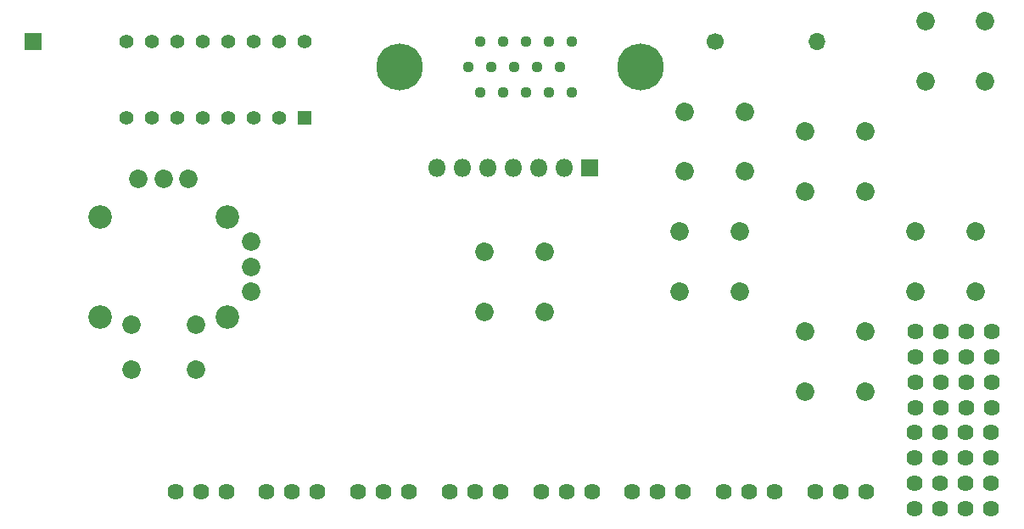
<source format=gbr>
%TF.GenerationSoftware,KiCad,Pcbnew,(5.1.6)-1*%
%TF.CreationDate,2020-12-17T21:40:49-06:00*%
%TF.ProjectId,controller,636f6e74-726f-46c6-9c65-722e6b696361,rev?*%
%TF.SameCoordinates,Original*%
%TF.FileFunction,Soldermask,Bot*%
%TF.FilePolarity,Negative*%
%FSLAX46Y46*%
G04 Gerber Fmt 4.6, Leading zero omitted, Abs format (unit mm)*
G04 Created by KiCad (PCBNEW (5.1.6)-1) date 2020-12-17 21:40:49*
%MOMM*%
%LPD*%
G01*
G04 APERTURE LIST*
%ADD10O,1.800000X1.800000*%
%ADD11R,1.800000X1.800000*%
%ADD12C,1.624000*%
%ADD13C,1.395400*%
%ADD14R,1.395400X1.395400*%
%ADD15C,2.350000*%
%ADD16C,1.850000*%
%ADD17O,1.700000X1.700000*%
%ADD18C,1.700000*%
%ADD19C,4.672000*%
%ADD20C,1.116000*%
G04 APERTURE END LIST*
D10*
%TO.C,J1*%
X62300000Y-37620000D03*
X64840000Y-37620000D03*
X67380000Y-37620000D03*
X69920000Y-37620000D03*
X72460000Y-37620000D03*
X75000000Y-37620000D03*
D11*
X77540000Y-37620000D03*
%TD*%
D12*
%TO.C,fet1*%
X86841425Y-70000000D03*
X84301425Y-70000000D03*
X81761425Y-70000000D03*
%TD*%
D13*
%TO.C,U1*%
X49080000Y-25000000D03*
X46540000Y-25000000D03*
X44000000Y-25000000D03*
X41460000Y-25000000D03*
X38920000Y-25000000D03*
X36380000Y-25000000D03*
X33840000Y-25000000D03*
X31300000Y-25000000D03*
X31300000Y-32620000D03*
X33840000Y-32620000D03*
X36380000Y-32620000D03*
X38920000Y-32620000D03*
X41460000Y-32620000D03*
X44000000Y-32620000D03*
X46540000Y-32620000D03*
D14*
X49080000Y-32620000D03*
%TD*%
D11*
%TO.C,J2*%
X22000000Y-25000000D03*
%TD*%
D12*
%TO.C,.2*%
X117540000Y-71620000D03*
X115000000Y-71620000D03*
X112460000Y-71620000D03*
X109920000Y-71620000D03*
X117540000Y-69080000D03*
X115000000Y-69080000D03*
X112460000Y-69080000D03*
X109920000Y-69080000D03*
X117540000Y-66540000D03*
X117540000Y-64000000D03*
X115000000Y-66540000D03*
X112460000Y-66540000D03*
X109920000Y-66540000D03*
X115000000Y-64000000D03*
X112460000Y-64000000D03*
X109920000Y-64000000D03*
%TD*%
%TO.C,.1*%
X117620000Y-61620000D03*
X115080000Y-61620000D03*
X112540000Y-61620000D03*
X110000000Y-61620000D03*
X117620000Y-59080000D03*
X115080000Y-59080000D03*
X112540000Y-59080000D03*
X110000000Y-59080000D03*
X117620000Y-56540000D03*
X117620000Y-54000000D03*
X115080000Y-56540000D03*
X112540000Y-56540000D03*
X110000000Y-56540000D03*
X115080000Y-54000000D03*
X112540000Y-54000000D03*
X110000000Y-54000000D03*
%TD*%
D15*
%TO.C,U2*%
X41320000Y-42500000D03*
X41320000Y-52500000D03*
X28680000Y-52500000D03*
X28680000Y-42500000D03*
D16*
X31750000Y-53250000D03*
X31750000Y-57750000D03*
X38250000Y-57750000D03*
X38250000Y-53250000D03*
X32500000Y-38750000D03*
X37500000Y-38750000D03*
X35000000Y-38750000D03*
X43750000Y-50000000D03*
X43750000Y-45000000D03*
X43750000Y-47500000D03*
%TD*%
%TO.C,SW7*%
X105000000Y-54000000D03*
X105000000Y-60000000D03*
X99000000Y-60000000D03*
X99000000Y-54000000D03*
%TD*%
%TO.C,SW6*%
X73000000Y-46000000D03*
X73000000Y-52000000D03*
X67000000Y-52000000D03*
X67000000Y-46000000D03*
%TD*%
%TO.C,SW5*%
X92500000Y-44000000D03*
X92500000Y-50000000D03*
X86500000Y-50000000D03*
X86500000Y-44000000D03*
%TD*%
%TO.C,SW4*%
X116000000Y-44000000D03*
X116000000Y-50000000D03*
X110000000Y-50000000D03*
X110000000Y-44000000D03*
%TD*%
%TO.C,SW3*%
X117000000Y-23000000D03*
X117000000Y-29000000D03*
X111000000Y-29000000D03*
X111000000Y-23000000D03*
%TD*%
%TO.C,SW2*%
X105000000Y-34000000D03*
X105000000Y-40000000D03*
X99000000Y-40000000D03*
X99000000Y-34000000D03*
%TD*%
%TO.C,SW1*%
X93000000Y-32000000D03*
X93000000Y-38000000D03*
X87000000Y-38000000D03*
X87000000Y-32000000D03*
%TD*%
D17*
%TO.C,pull_down1*%
X100160000Y-25000000D03*
D18*
X90000000Y-25000000D03*
%TD*%
D12*
%TO.C,fet8*%
X105080000Y-70000000D03*
X102540000Y-70000000D03*
X100000000Y-70000000D03*
%TD*%
%TO.C,fet7*%
X41245000Y-70000000D03*
X38705000Y-70000000D03*
X36165000Y-70000000D03*
%TD*%
%TO.C,fet6*%
X50364285Y-70000000D03*
X47824285Y-70000000D03*
X45284285Y-70000000D03*
%TD*%
%TO.C,fet5*%
X68602855Y-70000000D03*
X66062855Y-70000000D03*
X63522855Y-70000000D03*
%TD*%
%TO.C,fet4*%
X95960710Y-70000000D03*
X93420710Y-70000000D03*
X90880710Y-70000000D03*
%TD*%
%TO.C,fet3*%
X77722140Y-70000000D03*
X75182140Y-70000000D03*
X72642140Y-70000000D03*
%TD*%
%TO.C,fet2*%
X59483570Y-70000000D03*
X56943570Y-70000000D03*
X54403570Y-70000000D03*
%TD*%
D19*
%TO.C,D1*%
X58550000Y-27540000D03*
X82595000Y-27540000D03*
D20*
X75725000Y-30080000D03*
X73435000Y-30080000D03*
X71145000Y-30080000D03*
X68855000Y-30080000D03*
X66565000Y-30080000D03*
X74580000Y-27540000D03*
X72290000Y-27540000D03*
X70000000Y-27540000D03*
X67710000Y-27540000D03*
X65420000Y-27540000D03*
X75725000Y-25000000D03*
X73435000Y-25000000D03*
X71145000Y-25000000D03*
X68855000Y-25000000D03*
X66565000Y-25000000D03*
%TD*%
M02*

</source>
